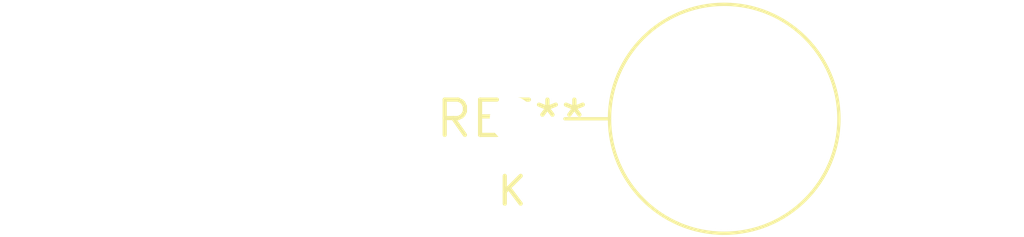
<source format=kicad_pcb>
(kicad_pcb (version 20240108) (generator pcbnew)
  (layers (0 "F.Cu" signal) (31 "B.Cu" signal) (34 "B.Paste" user) (35 "F.Paste" user) (36 "B.SilkS" user "B.Silkscreen") (37 "F.SilkS" user "F.Silkscreen") (38 "B.Mask" user) (39 "F.Mask" user) (44 "Edge.Cuts" user))
  (net 0 "")
  (footprint "D_5KPW_P7.62mm_Vertical_KathodeUp" (layer "F.Cu") (at 0 0)
    (property "Reference" "REF**")
    (property "Value" "D_5KPW_P7.62mm_Vertical_KathodeUp")
    (fp_line (start 3.5 0) (end 1.9 0) (layer "F.SilkS") (stroke (width 0.12)))
    (fp_circle (center 7.62 0) (end 11.74 0) (layer "F.SilkS") (stroke (width 0.12)) (fill none))
    (fp_text user "K" (at 0 2.6 0) (layer "F.SilkS"))
    (pad "1" thru_hole rect (at 0 0) (size 3.2 3.2) (drill 1.6) (layers *.Cu *.Mask) (remove_unused_layers))
    (pad "2" thru_hole oval (at 7.62 0) (size 3.2 3.2) (drill 1.6) (layers *.Cu *.Mask) (remove_unused_layers))
  )
)
</source>
